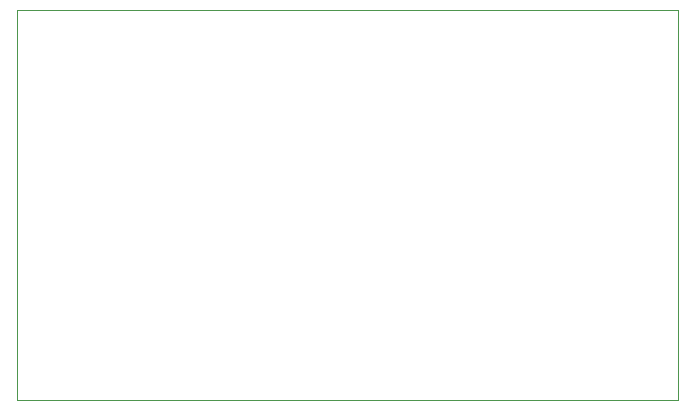
<source format=gko>
G04*
G04 #@! TF.GenerationSoftware,Altium Limited,Altium Designer,22.1.2 (22)*
G04*
G04 Layer_Color=16711935*
%FSLAX44Y44*%
%MOMM*%
G71*
G04*
G04 #@! TF.SameCoordinates,4243E080-38CA-47FB-8023-FD6126139483*
G04*
G04*
G04 #@! TF.FilePolarity,Positive*
G04*
G01*
G75*
%ADD63C,0.0500*%
D63*
X0Y0D02*
Y330000D01*
Y0D02*
X560000D01*
X560070Y70D01*
Y329930D01*
X560000Y330000D02*
X560070Y329930D01*
X0Y330000D02*
X560000D01*
M02*

</source>
